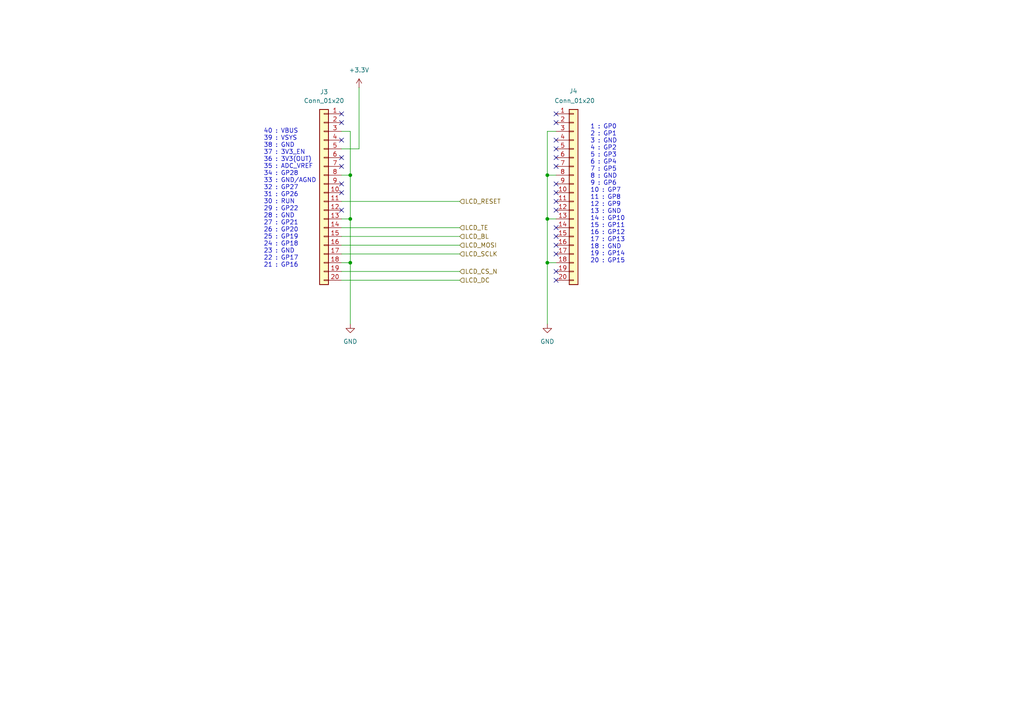
<source format=kicad_sch>
(kicad_sch (version 20231120) (generator "eeschema") (generator_version "8.0")
  (paper "A4")
  (lib_symbols
    (symbol "Connector_Generic:Conn_01x20" (pin_names (offset 1.016) hide)
      (property "Reference" "J" (at 0 25.4 0))
      (property "Value" "Conn_01x20" (at 0 -27.94 0))
      (symbol "Conn_01x20_1_1"
        (rectangle (start -1.27 -25.273) (end 0 -25.527) (stroke (width 0.1524)))
        (rectangle (start -1.27 -22.733) (end 0 -22.987) (stroke (width 0.1524)))
        (rectangle (start -1.27 -20.193) (end 0 -20.447) (stroke (width 0.1524)))
        (rectangle (start -1.27 -17.653) (end 0 -17.907) (stroke (width 0.1524)))
        (rectangle (start -1.27 -15.113) (end 0 -15.367) (stroke (width 0.1524)))
        (rectangle (start -1.27 -12.573) (end 0 -12.827) (stroke (width 0.1524)))
        (rectangle (start -1.27 -10.033) (end 0 -10.287) (stroke (width 0.1524)))
        (rectangle (start -1.27 -7.493) (end 0 -7.747) (stroke (width 0.1524)))
        (rectangle (start -1.27 -4.953) (end 0 -5.207) (stroke (width 0.1524)))
        (rectangle (start -1.27 -2.413) (end 0 -2.667) (stroke (width 0.1524)))
        (rectangle (start -1.27 0.127) (end 0 -0.127) (stroke (width 0.1524)))
        (rectangle (start -1.27 2.667) (end 0 2.413) (stroke (width 0.1524)))
        (rectangle (start -1.27 5.207) (end 0 4.953) (stroke (width 0.1524)))
        (rectangle (start -1.27 7.747) (end 0 7.493) (stroke (width 0.1524)))
        (rectangle (start -1.27 10.287) (end 0 10.033) (stroke (width 0.1524)))
        (rectangle (start -1.27 12.827) (end 0 12.573) (stroke (width 0.1524)))
        (rectangle (start -1.27 15.367) (end 0 15.113) (stroke (width 0.1524)))
        (rectangle (start -1.27 17.907) (end 0 17.653) (stroke (width 0.1524)))
        (rectangle (start -1.27 20.447) (end 0 20.193) (stroke (width 0.1524)))
        (rectangle (start -1.27 22.987) (end 0 22.733) (stroke (width 0.1524)))
        (rectangle (start -1.27 24.13) (end 1.27 -26.67) (stroke (width 0.254)) (fill (type background)))
        (pin passive line (at -5.08 22.86 0) (length 3.81) (name "Pin_1") (number "1"))
        (pin passive line (at -5.08 0 0) (length 3.81) (name "Pin_10") (number "10"))
        (pin passive line (at -5.08 -2.54 0) (length 3.81) (name "Pin_11") (number "11"))
        (pin passive line (at -5.08 -5.08 0) (length 3.81) (name "Pin_12") (number "12"))
        (pin passive line (at -5.08 -7.62 0) (length 3.81) (name "Pin_13") (number "13"))
        (pin passive line (at -5.08 -10.16 0) (length 3.81) (name "Pin_14") (number "14"))
        (pin passive line (at -5.08 -12.7 0) (length 3.81) (name "Pin_15") (number "15"))
        (pin passive line (at -5.08 -15.24 0) (length 3.81) (name "Pin_16") (number "16"))
        (pin passive line (at -5.08 -17.78 0) (length 3.81) (name "Pin_17") (number "17"))
        (pin passive line (at -5.08 -20.32 0) (length 3.81) (name "Pin_18") (number "18"))
        (pin passive line (at -5.08 -22.86 0) (length 3.81) (name "Pin_19") (number "19"))
        (pin passive line (at -5.08 20.32 0) (length 3.81) (name "Pin_2") (number "2"))
        (pin passive line (at -5.08 -25.4 0) (length 3.81) (name "Pin_20") (number "20"))
        (pin passive line (at -5.08 17.78 0) (length 3.81) (name "Pin_3") (number "3"))
        (pin passive line (at -5.08 15.24 0) (length 3.81) (name "Pin_4") (number "4"))
        (pin passive line (at -5.08 12.7 0) (length 3.81) (name "Pin_5") (number "5"))
        (pin passive line (at -5.08 10.16 0) (length 3.81) (name "Pin_6") (number "6"))
        (pin passive line (at -5.08 7.62 0) (length 3.81) (name "Pin_7") (number "7"))
        (pin passive line (at -5.08 5.08 0) (length 3.81) (name "Pin_8") (number "8"))
        (pin passive line (at -5.08 2.54 0) (length 3.81) (name "Pin_9") (number "9"))
      )
    )
    (symbol "power:+3.3V" (power) (pin_numbers hide) (pin_names (offset 0) hide)
      (property "Value" "+3.3V" (at 0 3.556 0))
      (symbol "+3.3V_0_1"
        (polyline (pts (xy -0.762 1.27) (xy 0 2.54)))
        (polyline (pts (xy 0 0) (xy 0 2.54)))
        (polyline (pts (xy 0 2.54) (xy 0.762 1.27)))
      )
      (symbol "+3.3V_1_1"
        (pin power_in line (at 0 0 90) (length 0) (name "~") (number "1"))
      )
    )
    (symbol "power:GND" (power) (pin_numbers hide) (pin_names (offset 0) hide)
      (property "Value" "GND" (at 0 -3.81 0))
      (symbol "GND_0_1"
        (polyline (pts (xy 0 0) (xy 0 -1.27) (xy 1.27 -1.27) (xy 0 -2.54) (xy -1.27 -1.27) (xy 0 -1.27)))
      )
      (symbol "GND_1_1"
        (pin power_in line (at 0 0 270) (length 0) (name "~") (number "1"))
      )
    )
  )
  (junction (at 158.75 50.8))
  (junction (at 158.75 76.2))
  (junction (at 158.75 63.5))
  (junction (at 101.6 63.5))
  (junction (at 101.6 50.8))
  (junction (at 101.6 76.2))
  (no_connect (at 99.06 35.56))
  (no_connect (at 99.06 48.26))
  (no_connect (at 161.29 58.42))
  (no_connect (at 99.06 55.88))
  (no_connect (at 161.29 35.56))
  (no_connect (at 161.29 81.28))
  (no_connect (at 161.29 71.12))
  (no_connect (at 161.29 78.74))
  (no_connect (at 99.06 60.96))
  (no_connect (at 99.06 33.02))
  (no_connect (at 161.29 66.04))
  (no_connect (at 161.29 55.88))
  (no_connect (at 161.29 60.96))
  (no_connect (at 161.29 53.34))
  (no_connect (at 161.29 73.66))
  (no_connect (at 161.29 45.72))
  (no_connect (at 99.06 53.34))
  (no_connect (at 99.06 40.64))
  (no_connect (at 161.29 40.64))
  (no_connect (at 161.29 68.58))
  (no_connect (at 99.06 45.72))
  (no_connect (at 161.29 33.02))
  (no_connect (at 161.29 43.18))
  (no_connect (at 161.29 48.26))
  (wire (pts (xy 99.06 73.66) (xy 133.35 73.66)))
  (wire (pts (xy 99.06 68.58) (xy 133.35 68.58)))
  (wire (pts (xy 104.14 25.4) (xy 104.14 43.18)))
  (wire (pts (xy 158.75 38.1) (xy 158.75 50.8)))
  (wire (pts (xy 99.06 38.1) (xy 101.6 38.1)))
  (wire (pts (xy 101.6 38.1) (xy 101.6 50.8)))
  (wire (pts (xy 158.75 63.5) (xy 158.75 76.2)))
  (wire (pts (xy 99.06 66.04) (xy 133.35 66.04)))
  (wire (pts (xy 99.06 71.12) (xy 133.35 71.12)))
  (wire (pts (xy 161.29 38.1) (xy 158.75 38.1)))
  (wire (pts (xy 101.6 76.2) (xy 101.6 93.98)))
  (wire (pts (xy 99.06 58.42) (xy 133.35 58.42)))
  (wire (pts (xy 99.06 50.8) (xy 101.6 50.8)))
  (wire (pts (xy 99.06 76.2) (xy 101.6 76.2)))
  (wire (pts (xy 99.06 78.74) (xy 133.35 78.74)))
  (wire (pts (xy 158.75 63.5) (xy 161.29 63.5)))
  (wire (pts (xy 101.6 63.5) (xy 101.6 76.2)))
  (wire (pts (xy 101.6 50.8) (xy 101.6 63.5)))
  (wire (pts (xy 99.06 63.5) (xy 101.6 63.5)))
  (wire (pts (xy 99.06 81.28) (xy 133.35 81.28)))
  (wire (pts (xy 158.75 50.8) (xy 158.75 63.5)))
  (wire (pts (xy 158.75 50.8) (xy 161.29 50.8)))
  (wire (pts (xy 158.75 76.2) (xy 158.75 93.98)))
  (wire (pts (xy 158.75 76.2) (xy 161.29 76.2)))
  (wire (pts (xy 99.06 43.18) (xy 104.14 43.18)))
  (text "40 : VBUS\n39 : VSYS\n38 : GND\n37 : 3V3_EN\n36 : 3V3(OUT)\n35 : ADC_VREF\n34 : GP28\n33 : GND/AGND\n32 : GP27\n31 : GP26\n30 : RUN\n29 : GP22\n28 : GND\n27 : GP21\n26 : GP20\n25 : GP19\n24 : GP18\n23 : GND\n22 : GP17\n21 : GP16" (at 76.454 37.338 0) (effects (font (size 1.27 1.27)) (justify left top)))
  (text "1 : GP0\n2 : GP1\n3 : GND\n4 : GP2\n5 : GP3\n6 : GP4\n7 : GP5\n8 : GND\n9 : GP6\n10 : GP7\n11 : GP8\n12 : GP9\n13 : GND\n14 : GP10\n15 : GP11\n16 : GP12\n17 : GP13\n18 : GND\n19 : GP14\n20 : GP15" (at 171.196 36.068 0) (effects (font (size 1.27 1.27)) (justify left top)))
  (hierarchical_label "LCD_TE" (shape input) (at 133.35 66.04 0))
  (hierarchical_label "LCD_RESET" (shape input) (at 133.35 58.42 0))
  (hierarchical_label "LCD_BL" (shape input) (at 133.35 68.58 0))
  (hierarchical_label "LCD_SCLK" (shape input) (at 133.35 73.66 0))
  (hierarchical_label "LCD_DC" (shape input) (at 133.35 81.28 0))
  (hierarchical_label "LCD_CS_N" (shape input) (at 133.35 78.74 0))
  (hierarchical_label "LCD_MOSI" (shape input) (at 133.35 71.12 0))
  (symbol (lib_id "power:GND") (at 101.6 93.98 0) (unit 1)
    (property "Reference" "#PWR06" (effects (hide yes)))
    (property "Value" "GND" (at 101.6 99.06 0))
    (property "Description" "Power symbol creates a global label with name \"GND\" , ground" (effects (hide yes)))
  )
  (symbol (lib_id "Connector_Generic:Conn_01x20") (at 93.98 55.88 0) (mirror y) (unit 1)
    (property "Reference" "J3" (at 93.98 26.67 0))
    (property "Value" "Conn_01x20" (at 93.98 29.21 0))
    (property "Footprint" "Connector_PinHeader_2.54mm:PinHeader_1x20_P2.54mm_Vertical" (effects (hide yes)))
    (property "Description" "Generic connector, single row, 01x20, script generated (kicad-library-utils/schlib/autogen/connector/)" (effects (hide yes)))
  )
  (symbol (lib_id "power:GND") (at 158.75 93.98 0) (unit 1)
    (property "Reference" "#PWR01" (effects (hide yes)))
    (property "Value" "GND" (at 158.75 99.06 0))
    (property "Description" "Power symbol creates a global label with name \"GND\" , ground" (effects (hide yes)))
  )
  (symbol (lib_id "power:+3.3V") (at 104.14 25.4 0) (unit 1)
    (property "Reference" "#PWR08" (effects (hide yes)))
    (property "Value" "+3.3V" (at 104.14 20.32 0))
    (property "Description" "Power symbol creates a global label with name \"+3.3V\"" (effects (hide yes)))
  )
  (symbol (lib_id "Connector_Generic:Conn_01x20") (at 166.37 55.88 0) (unit 1)
    (property "Reference" "J4" (at 165.1 26.416 0) (effects (justify left)))
    (property "Value" "Conn_01x20" (at 160.782 29.21 0) (effects (justify left)))
    (property "Footprint" "Connector_PinHeader_2.54mm:PinHeader_1x20_P2.54mm_Vertical" (effects (hide yes)))
    (property "Description" "Generic connector, single row, 01x20, script generated (kicad-library-utils/schlib/autogen/connector/)" (effects (hide yes)))
  )
)
</source>
